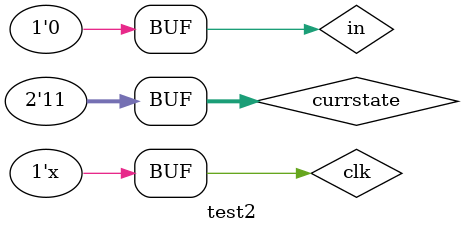
<source format=v>
`timescale 1ns / 1ps


module test2;

	// Inputs
	reg clk;
	reg in;
	reg [1:0] currstate;

	// Outputs
	wire out;

	// Instantiate the Unit Under Test (UUT)
	outputFn_beh uut (
		.clk(clk), 
		.in(in), 
		.currstate(currstate), 
		.out(out)
	);

	initial begin
		// Initialize Inputs
		clk = 0;
		in = 1;
		currstate = 2'b11;

		// Wait 100 ns for global reset to finish
		#100;
        
		// Add stimulus here
		#20 in = !in;

	end
	always 
	#5 clk = !clk;
      
endmodule


</source>
